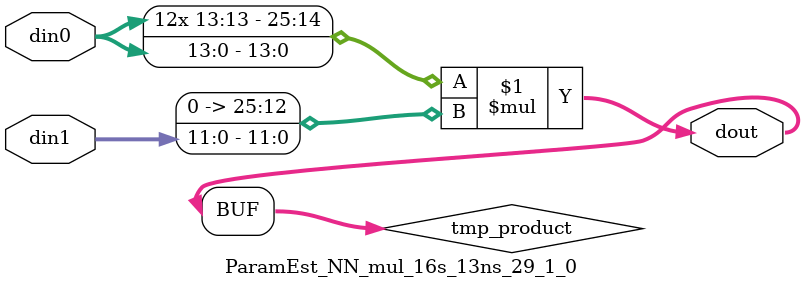
<source format=v>

`timescale 1 ns / 1 ps

  module ParamEst_NN_mul_16s_13ns_29_1_0(din0, din1, dout);
parameter ID = 1;
parameter NUM_STAGE = 0;
parameter din0_WIDTH = 14;
parameter din1_WIDTH = 12;
parameter dout_WIDTH = 26;

input [din0_WIDTH - 1 : 0] din0; 
input [din1_WIDTH - 1 : 0] din1; 
output [dout_WIDTH - 1 : 0] dout;

wire signed [dout_WIDTH - 1 : 0] tmp_product;












assign tmp_product = $signed(din0) * $signed({1'b0, din1});









assign dout = tmp_product;







endmodule

</source>
